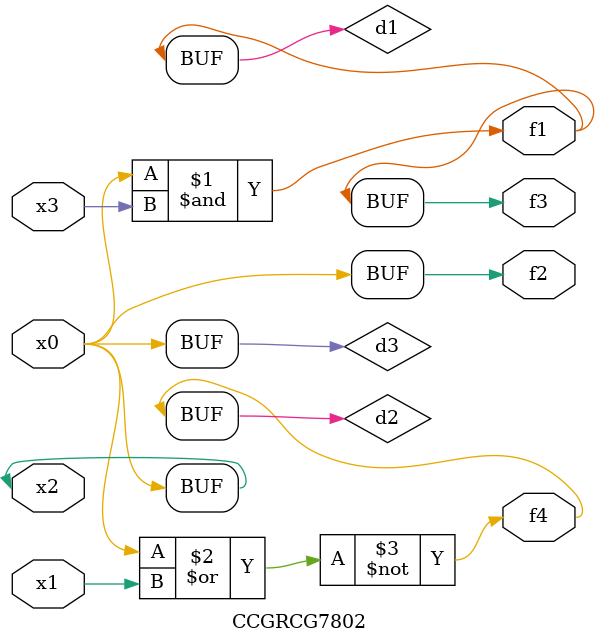
<source format=v>
module CCGRCG7802(
	input x0, x1, x2, x3,
	output f1, f2, f3, f4
);

	wire d1, d2, d3;

	and (d1, x2, x3);
	nor (d2, x0, x1);
	buf (d3, x0, x2);
	assign f1 = d1;
	assign f2 = d3;
	assign f3 = d1;
	assign f4 = d2;
endmodule

</source>
